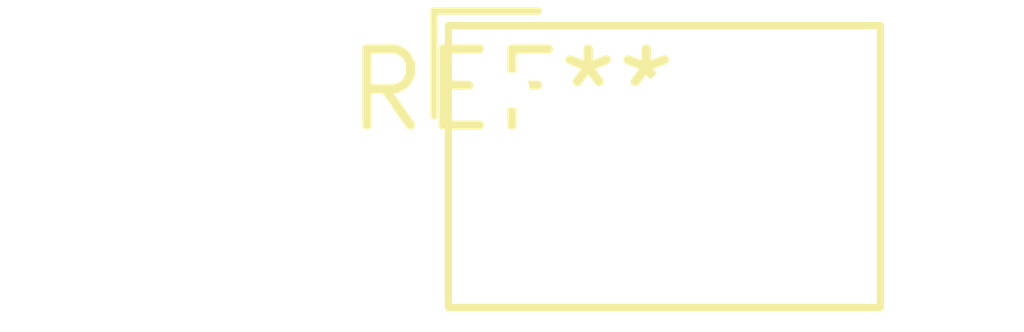
<source format=kicad_pcb>
(kicad_pcb (version 20240108) (generator pcbnew)
  (layers (0 "F.Cu" signal) (31 "B.Cu" signal) (34 "B.Paste" user) (35 "F.Paste" user) (36 "B.SilkS" user "B.Silkscreen") (37 "F.SilkS" user "F.Silkscreen") (38 "B.Mask" user) (39 "F.Mask" user) (44 "Edge.Cuts" user))
  (net 0 "")
  (footprint "SW_NKK_GW12LJP" (layer "F.Cu") (at 0 0)
    (property "Reference" "REF**")
    (property "Value" "SW_NKK_GW12LJP")
    (fp_line (start -1.3 -1.32) (end 0.44 -1.32) (layer "F.SilkS") (stroke (width 0.12)))
    (fp_line (start -1.3 0.42) (end -1.3 -1.32) (layer "F.SilkS") (stroke (width 0.12)))
    (fp_line (start -1.06 -1.08) (end -1.06 3.62) (layer "F.SilkS") (stroke (width 0.12)))
    (fp_line (start -1.06 3.62) (end 6.14 3.62) (layer "F.SilkS") (stroke (width 0.12)))
    (fp_line (start 6.14 -1.08) (end -1.06 -1.08) (layer "F.SilkS") (stroke (width 0.12)))
    (fp_line (start 6.14 3.62) (end 6.14 -1.08) (layer "F.SilkS") (stroke (width 0.12)))
    (pad "1" thru_hole rect (at 0 0) (size 1.2 1.2) (drill 0.6) (layers *.Cu *.Mask) (remove_unused_layers))
    (pad "2" thru_hole circle (at 2.54 0) (size 1.2 1.2) (drill 0.6) (layers *.Cu *.Mask) (remove_unused_layers))
    (pad "3" thru_hole circle (at 5.08 0) (size 1.2 1.2) (drill 0.6) (layers *.Cu *.Mask) (remove_unused_layers))
    (pad "4" thru_hole circle (at 0 2.54) (size 1.2 1.2) (drill 0.6) (layers *.Cu *.Mask) (remove_unused_layers))
    (pad "5" thru_hole circle (at 2.54 2.54) (size 1.2 1.2) (drill 0.6) (layers *.Cu *.Mask) (remove_unused_layers))
    (pad "6" thru_hole circle (at 5.08 2.54) (size 1.2 1.2) (drill 0.6) (layers *.Cu *.Mask) (remove_unused_layers))
  )
)
</source>
